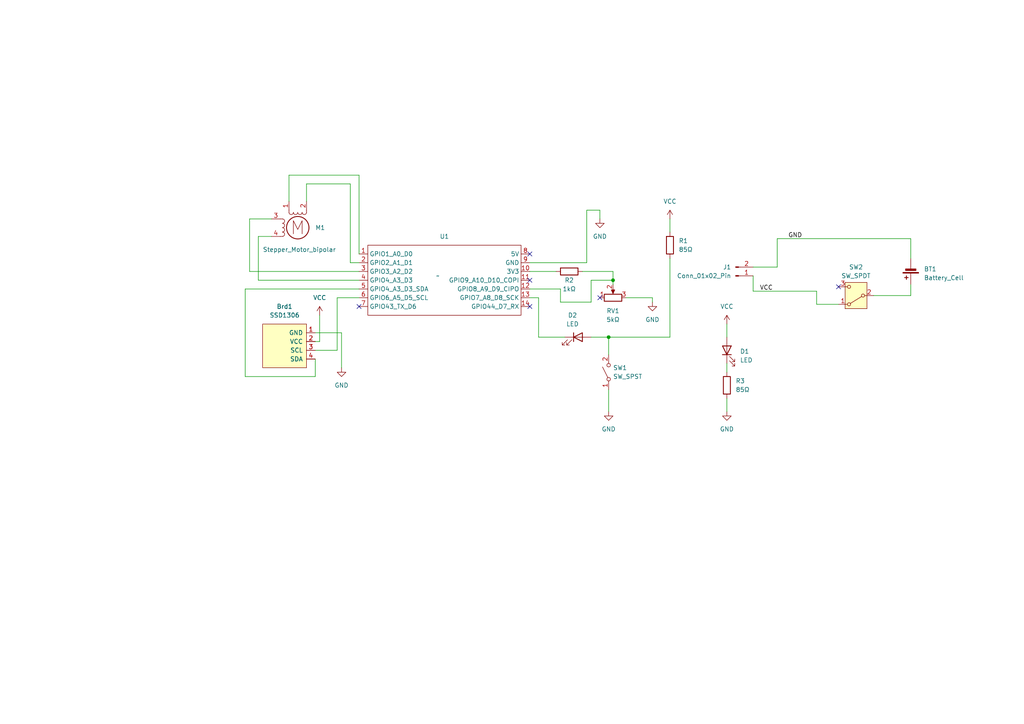
<source format=kicad_sch>
(kicad_sch (version 20230121) (generator eeschema)
  (paper "A4")
  (title_block (title "Stepper-motor PCB Demo") (date "2024-01-19") (rev "v1.0") (company "Bowen Zhao"))
  (lib_symbols
    (symbol "Connector:Conn_01x02_Pin" (pin_names (offset 1.016) hide)
      (property "Reference" "J" (at 0 2.54 0))
      (property "Value" "Conn_01x02_Pin" (at 0 -5.08 0))
      (symbol "Conn_01x02_Pin_1_1"
        (polyline (pts (xy 1.27 -2.54) (xy 0.8636 -2.54)) (stroke (width 0.1524)))
        (polyline (pts (xy 1.27 0) (xy 0.8636 0)) (stroke (width 0.1524)))
        (rectangle (start 0.8636 -2.413) (end 0 -2.667) (stroke (width 0.1524)) (fill (type outline)))
        (rectangle (start 0.8636 0.127) (end 0 -0.127) (stroke (width 0.1524)) (fill (type outline)))
        (pin passive line (at 5.08 0 180) (length 3.81) (name "Pin_1") (number "1"))
        (pin passive line (at 5.08 -2.54 180) (length 3.81) (name "Pin_2") (number "2"))
      )
    )
    (symbol "Demo:XIAO_ESP32_SENSE"
      (property "Reference" "U" (at 0 0 0))
      (symbol "XIAO_ESP32_SENSE_0_1"
        (polyline (pts (xy -20.32 8.89) (xy -20.32 -11.43) (xy 24.13 -11.43) (xy 24.13 8.89) (xy -20.32 8.89)))
      )
      (symbol "XIAO_ESP32_SENSE_1_1"
        (pin bidirectional line (at -22.86 6.35 0) (length 2.54) (name "GPIO1_A0_D0") (number "1"))
        (pin bidirectional line (at 26.67 1.27 180) (length 2.54) (name "3V3") (number "10"))
        (pin bidirectional line (at 26.67 -1.27 180) (length 2.54) (name "GPIO9_A10_D10_COPI") (number "11"))
        (pin bidirectional line (at 26.67 -3.81 180) (length 2.54) (name "GPIO8_A9_D9_CIPO") (number "12"))
        (pin bidirectional line (at 26.67 -6.35 180) (length 2.54) (name "GPIO7_A8_D8_SCK") (number "13"))
        (pin bidirectional line (at 26.67 -8.89 180) (length 2.54) (name "GPIO44_D7_RX") (number "14"))
        (pin bidirectional line (at -22.86 3.81 0) (length 2.54) (name "GPIO2_A1_D1") (number "2"))
        (pin bidirectional line (at -22.86 1.27 0) (length 2.54) (name "GPIO3_A2_D2") (number "3"))
        (pin bidirectional line (at -22.86 -1.27 0) (length 2.54) (name "GPIO4_A3_D3") (number "4"))
        (pin bidirectional line (at -22.86 -3.81 0) (length 2.54) (name "GPIO4_A3_D3_SDA") (number "5"))
        (pin bidirectional line (at -22.86 -6.35 0) (length 2.54) (name "GPIO6_A5_D5_SCL") (number "6"))
        (pin bidirectional line (at -22.86 -8.89 0) (length 2.54) (name "GPIO43_TX_D6") (number "7"))
        (pin bidirectional line (at 26.67 6.35 180) (length 2.54) (name "5V") (number "8"))
        (pin bidirectional line (at 26.67 3.81 180) (length 2.54) (name "GND") (number "9"))
      )
    )
    (symbol "Device:Battery_Cell" (pin_numbers hide) (pin_names (offset 0) hide)
      (property "Reference" "BT" (at 2.54 2.54 0))
      (property "Value" "Battery_Cell" (at 2.54 0 0))
      (symbol "Battery_Cell_0_1"
        (rectangle (start -2.286 1.778) (end 2.286 1.524) (fill (type outline)))
        (rectangle (start -1.524 1.016) (end 1.524 0.508) (fill (type outline)))
        (polyline (pts (xy 0 0.762) (xy 0 0)))
        (polyline (pts (xy 0 1.778) (xy 0 2.54)))
        (polyline (pts (xy 0.762 3.048) (xy 1.778 3.048)) (stroke (width 0.254)))
        (polyline (pts (xy 1.27 3.556) (xy 1.27 2.54)) (stroke (width 0.254)))
      )
      (symbol "Battery_Cell_1_1"
        (pin passive line (at 0 5.08 270) (length 2.54) (name "+") (number "1"))
        (pin passive line (at 0 -2.54 90) (length 2.54) (name "-") (number "2"))
      )
    )
    (symbol "Device:LED" (pin_numbers hide) (pin_names (offset 1.016) hide)
      (property "Reference" "D" (at 0 2.54 0))
      (property "Value" "LED" (at 0 -2.54 0))
      (symbol "LED_0_1"
        (polyline (pts (xy -1.27 -1.27) (xy -1.27 1.27)) (stroke (width 0.254)))
        (polyline (pts (xy -1.27 0) (xy 1.27 0)))
        (polyline (pts (xy 1.27 -1.27) (xy 1.27 1.27) (xy -1.27 0) (xy 1.27 -1.27)) (stroke (width 0.254)))
        (polyline (pts (xy -3.048 -0.762) (xy -4.572 -2.286) (xy -3.81 -2.286) (xy -4.572 -2.286) (xy -4.572 -1.524)))
        (polyline (pts (xy -1.778 -0.762) (xy -3.302 -2.286) (xy -2.54 -2.286) (xy -3.302 -2.286) (xy -3.302 -1.524)))
      )
      (symbol "LED_1_1"
        (pin passive line (at -3.81 0 0) (length 2.54) (name "K") (number "1"))
        (pin passive line (at 3.81 0 180) (length 2.54) (name "A") (number "2"))
      )
    )
    (symbol "Device:R" (pin_numbers hide) (pin_names (offset 0))
      (property "Reference" "R" (at 2.032 0 90))
      (property "Value" "R" (at 0 0 90))
      (symbol "R_0_1"
        (rectangle (start -1.016 -2.54) (end 1.016 2.54) (stroke (width 0.254)))
      )
      (symbol "R_1_1"
        (pin passive line (at 0 3.81 270) (length 1.27) (name "~") (number "1"))
        (pin passive line (at 0 -3.81 90) (length 1.27) (name "~") (number "2"))
      )
    )
    (symbol "Device:R_Potentiometer" (pin_names (offset 1.016) hide)
      (property "Reference" "RV" (at -4.445 0 90))
      (property "Value" "R_Potentiometer" (at -2.54 0 90))
      (symbol "R_Potentiometer_0_1"
        (polyline (pts (xy 2.54 0) (xy 1.524 0)))
        (polyline (pts (xy 1.143 0) (xy 2.286 0.508) (xy 2.286 -0.508) (xy 1.143 0)) (fill (type outline)))
        (rectangle (start 1.016 2.54) (end -1.016 -2.54) (stroke (width 0.254)))
      )
      (symbol "R_Potentiometer_1_1"
        (pin passive line (at 0 3.81 270) (length 1.27) (name "1") (number "1"))
        (pin passive line (at 3.81 0 180) (length 1.27) (name "2") (number "2"))
        (pin passive line (at 0 -3.81 90) (length 1.27) (name "3") (number "3"))
      )
    )
    (symbol "Motor:Stepper_Motor_bipolar" (pin_names (offset 0) hide)
      (property "Reference" "M" (at 3.81 2.54 0))
      (property "Value" "Stepper_Motor_bipolar" (at 3.81 1.27 0))
      (symbol "Stepper_Motor_bipolar_0_0"
        (polyline (pts (xy -1.27 -1.778) (xy -1.27 2.032) (xy 0 -0.508) (xy 1.27 2.032) (xy 1.27 -1.778)))
      )
      (symbol "Stepper_Motor_bipolar_0_1"
        (arc (start -4.445 -2.54) (mid -3.8127 -1.905) (end -4.445 -1.27))
        (arc (start -4.445 -1.27) (mid -3.8127 -0.635) (end -4.445 0))
        (arc (start -4.445 0) (mid -3.8127 0.635) (end -4.445 1.27))
        (arc (start -4.445 1.27) (mid -3.8127 1.905) (end -4.445 2.54))
        (arc (start -2.54 4.445) (mid -1.905 3.8127) (end -1.27 4.445))
        (arc (start -1.27 4.445) (mid -0.635 3.8127) (end 0 4.445))
        (polyline (pts (xy -5.08 -2.54) (xy -4.445 -2.54)))
        (polyline (pts (xy -5.08 2.54) (xy -4.445 2.54)))
        (polyline (pts (xy -2.54 5.08) (xy -2.54 4.445)))
        (polyline (pts (xy 2.54 5.08) (xy 2.54 4.445)))
        (circle (center 0 0) (radius 3.2512) (stroke (width 0.254)))
        (arc (start 0 4.445) (mid 0.635 3.8127) (end 1.27 4.445))
        (arc (start 1.27 4.445) (mid 1.905 3.8127) (end 2.54 4.445))
      )
      (symbol "Stepper_Motor_bipolar_1_1"
        (pin passive line (at -2.54 7.62 270) (length 2.54) (name "~") (number "1"))
        (pin passive line (at 2.54 7.62 270) (length 2.54) (name "-") (number "2"))
        (pin passive line (at -7.62 2.54 0) (length 2.54) (name "~") (number "3"))
        (pin passive line (at -7.62 -2.54 0) (length 2.54) (name "~") (number "4"))
      )
    )
    (symbol "Switch:SW_SPDT" (pin_names (offset 0) hide)
      (property "Reference" "SW" (at 0 5.08 0))
      (property "Value" "SW_SPDT" (at 0 -5.08 0))
      (symbol "SW_SPDT_0_1"
        (circle (center -2.032 0) (radius 0.4572))
        (polyline (pts (xy -1.651 0.254) (xy 1.651 2.286)))
        (circle (center 2.032 -2.54) (radius 0.4572))
        (circle (center 2.032 2.54) (radius 0.4572))
      )
      (symbol "SW_SPDT_1_1"
        (rectangle (start -3.175 3.81) (end 3.175 -3.81) (fill (type background)))
        (pin passive line (at 5.08 2.54 180) (length 2.54) (name "A") (number "1"))
        (pin passive line (at -5.08 0 0) (length 2.54) (name "B") (number "2"))
        (pin passive line (at 5.08 -2.54 180) (length 2.54) (name "C") (number "3"))
      )
    )
    (symbol "Switch:SW_SPST" (pin_names (offset 0) hide)
      (property "Reference" "SW" (at 0 3.175 0))
      (property "Value" "SW_SPST" (at 0 -2.54 0))
      (symbol "SW_SPST_0_0"
        (circle (center -2.032 0) (radius 0.508))
        (polyline (pts (xy -1.524 0.254) (xy 1.524 1.778)))
        (circle (center 2.032 0) (radius 0.508))
      )
      (symbol "SW_SPST_1_1"
        (pin passive line (at -5.08 0 0) (length 2.54) (name "A") (number "1"))
        (pin passive line (at 5.08 0 180) (length 2.54) (name "B") (number "2"))
      )
    )
    (symbol "demo_motor:SSD1306" (pin_names (offset 1.016))
      (property "Reference" "Brd" (at 0 -3.81 0))
      (property "Value" "SSD1306" (at 0 -1.27 0))
      (symbol "SSD1306_0_1"
        (rectangle (start -6.35 6.35) (end 6.35 -6.35) (fill (type background)))
      )
      (symbol "SSD1306_1_1"
        (pin input line (at -3.81 8.89 270) (length 2.54) (name "GND") (number "1"))
        (pin input line (at -1.27 8.89 270) (length 2.54) (name "VCC") (number "2"))
        (pin input line (at 1.27 8.89 270) (length 2.54) (name "SCL") (number "3"))
        (pin input line (at 3.81 8.89 270) (length 2.54) (name "SDA") (number "4"))
      )
    )
    (symbol "power:GND" (power) (pin_names (offset 0))
      (property "Value" "GND" (at 0 -3.81 0))
      (symbol "GND_0_1"
        (polyline (pts (xy 0 0) (xy 0 -1.27) (xy 1.27 -1.27) (xy 0 -2.54) (xy -1.27 -1.27) (xy 0 -1.27)))
      )
      (symbol "GND_1_1"
        (pin power_in line (at 0 0 270) (length 0) hide (name "GND") (number "1"))
      )
    )
    (symbol "power:VCC" (power) (pin_names (offset 0))
      (property "Value" "VCC" (at 0 3.81 0))
      (symbol "VCC_0_1"
        (polyline (pts (xy -0.762 1.27) (xy 0 2.54)))
        (polyline (pts (xy 0 0) (xy 0 2.54)))
        (polyline (pts (xy 0 2.54) (xy 0.762 1.27)))
      )
      (symbol "VCC_1_1"
        (pin power_in line (at 0 0 90) (length 0) hide (name "VCC") (number "1"))
      )
    )
  )
  (junction (at 177.8 81.28))
  (junction (at 176.53 97.79))
  (no_connect (at 153.67 81.28))
  (no_connect (at 243.205 83.185))
  (no_connect (at 153.67 88.9))
  (no_connect (at 173.99 86.36))
  (no_connect (at 104.14 88.9))
  (no_connect (at 153.67 73.66))
  (wire (pts (xy 83.82 50.8) (xy 104.14 50.8)))
  (wire (pts (xy 173.99 60.96) (xy 173.99 63.5)))
  (wire (pts (xy 236.855 88.265) (xy 236.855 84.455)))
  (wire (pts (xy 153.67 76.2) (xy 170.18 76.2)))
  (wire (pts (xy 72.39 78.74) (xy 104.14 78.74)))
  (wire (pts (xy 162.56 87.63) (xy 171.45 87.63)))
  (wire (pts (xy 189.23 86.36) (xy 189.23 87.63)))
  (wire (pts (xy 194.31 97.79) (xy 194.31 74.93)))
  (wire (pts (xy 171.45 87.63) (xy 171.45 81.28)))
  (wire (pts (xy 170.18 76.2) (xy 170.18 60.96)))
  (wire (pts (xy 83.82 58.42) (xy 83.82 50.8)))
  (wire (pts (xy 91.44 104.14) (xy 91.44 109.22)))
  (wire (pts (xy 71.12 109.22) (xy 71.12 83.82)))
  (wire (pts (xy 74.93 81.28) (xy 104.14 81.28)))
  (wire (pts (xy 194.31 63.5) (xy 194.31 67.31)))
  (wire (pts (xy 97.79 86.36) (xy 104.14 86.36)))
  (wire (pts (xy 91.44 99.06) (xy 92.71 99.06)))
  (wire (pts (xy 91.44 101.6) (xy 97.79 101.6)))
  (wire (pts (xy 156.21 97.79) (xy 163.83 97.79)))
  (wire (pts (xy 153.67 83.82) (xy 162.56 83.82)))
  (wire (pts (xy 168.91 78.74) (xy 177.8 78.74)))
  (wire (pts (xy 264.16 82.55) (xy 264.16 85.725)))
  (wire (pts (xy 177.8 78.74) (xy 177.8 81.28)))
  (wire (pts (xy 91.44 96.52) (xy 99.06 96.52)))
  (wire (pts (xy 104.14 50.8) (xy 104.14 73.66)))
  (wire (pts (xy 88.9 53.34) (xy 101.6 53.34)))
  (wire (pts (xy 92.71 91.44) (xy 92.71 99.06)))
  (wire (pts (xy 225.425 69.215) (xy 264.16 69.215)))
  (wire (pts (xy 162.56 83.82) (xy 162.56 87.63)))
  (wire (pts (xy 218.44 84.455) (xy 236.855 84.455)))
  (wire (pts (xy 176.53 97.79) (xy 176.53 102.87)))
  (wire (pts (xy 264.16 69.215) (xy 264.16 74.93)))
  (wire (pts (xy 91.44 109.22) (xy 71.12 109.22)))
  (wire (pts (xy 181.61 86.36) (xy 189.23 86.36)))
  (wire (pts (xy 176.53 97.79) (xy 194.31 97.79)))
  (wire (pts (xy 243.205 88.265) (xy 236.855 88.265)))
  (wire (pts (xy 218.44 77.47) (xy 225.425 77.47)))
  (wire (pts (xy 78.74 68.58) (xy 74.93 68.58)))
  (wire (pts (xy 72.39 63.5) (xy 72.39 78.74)))
  (wire (pts (xy 210.82 115.57) (xy 210.82 119.38)))
  (wire (pts (xy 177.8 81.28) (xy 177.8 82.55)))
  (wire (pts (xy 171.45 81.28) (xy 177.8 81.28)))
  (wire (pts (xy 264.16 85.725) (xy 253.365 85.725)))
  (wire (pts (xy 78.74 63.5) (xy 72.39 63.5)))
  (wire (pts (xy 101.6 53.34) (xy 101.6 76.2)))
  (wire (pts (xy 210.82 105.41) (xy 210.82 107.95)))
  (wire (pts (xy 97.79 101.6) (xy 97.79 86.36)))
  (wire (pts (xy 153.67 78.74) (xy 161.29 78.74)))
  (wire (pts (xy 225.425 77.47) (xy 225.425 69.215)))
  (wire (pts (xy 99.06 96.52) (xy 99.06 106.68)))
  (wire (pts (xy 170.18 60.96) (xy 173.99 60.96)))
  (wire (pts (xy 156.21 86.36) (xy 156.21 97.79)))
  (wire (pts (xy 153.67 86.36) (xy 156.21 86.36)))
  (wire (pts (xy 218.44 84.455) (xy 218.44 80.01)))
  (wire (pts (xy 176.53 113.03) (xy 176.53 119.38)))
  (wire (pts (xy 101.6 76.2) (xy 104.14 76.2)))
  (wire (pts (xy 88.9 58.42) (xy 88.9 53.34)))
  (wire (pts (xy 171.45 97.79) (xy 176.53 97.79)))
  (wire (pts (xy 74.93 68.58) (xy 74.93 81.28)))
  (wire (pts (xy 71.12 83.82) (xy 104.14 83.82)))
  (wire (pts (xy 210.82 93.98) (xy 210.82 97.79)))
  (label "VCC" (at 220.345 84.455 0))
  (label "GND" (at 228.6 69.215 0))
  (symbol (lib_id "Device:R_Potentiometer") (at 177.8 86.36 90) (unit 1)
    (property "Reference" "RV1" (at 177.8 90.17 90))
    (property "Value" "5kΩ" (at 177.8 92.71 90))
    (property "Footprint" "Potentiometer_THT:Potentiometer_Piher_T-16H_Single_Horizontal" (effects hide))
  )
  (symbol (lib_id "power:VCC") (at 210.82 93.98 0) (unit 1)
    (property "Reference" "#PWR02" (effects hide))
    (property "Value" "VCC" (at 210.82 88.9 0))
  )
  (symbol (lib_id "power:GND") (at 210.82 119.38 0) (unit 1)
    (property "Reference" "#PWR05" (effects hide))
    (property "Value" "GND" (at 210.82 124.46 0))
  )
  (symbol (lib_id "Motor:Stepper_Motor_bipolar") (at 86.36 66.04 0) (unit 1)
    (property "Reference" "M1" (at 91.44 66.04 0) (effects (justify left)))
    (property "Value" "Stepper_Motor_bipolar" (at 76.2 72.39 0) (effects (justify left)))
    (property "Footprint" "motor_demo:x27_stepper" (effects hide))
    (property "Datasheet" "http://www.infineon.com/dgdl/Application-Note-TLE8110EE_driving_UniPolarStepperMotor_V1.1.pdf?fileId=db3a30431be39b97011be5d0aa0a00b0" (effects hide))
  )
  (symbol (lib_id "power:VCC") (at 194.31 63.5 0) (unit 1)
    (property "Reference" "#PWR04" (effects hide))
    (property "Value" "VCC" (at 194.31 58.42 0))
  )
  (symbol (lib_id "Device:LED") (at 210.82 101.6 90) (unit 1)
    (property "Reference" "D1" (at 214.63 101.9175 90) (effects (justify right)))
    (property "Value" "LED" (at 214.63 104.4575 90) (effects (justify right)))
    (property "Footprint" "LED_SMD:LED_0805_2012Metric_Pad1.15x1.40mm_HandSolder" (effects hide))
  )
  (symbol (lib_id "power:GND") (at 99.06 106.68 0) (unit 1)
    (property "Reference" "#PWR07" (effects hide))
    (property "Value" "GND" (at 99.06 111.76 0))
  )
  (symbol (lib_id "Connector:Conn_01x02_Pin") (at 213.36 80.01 0) (mirror x) (unit 1)
    (property "Reference" "J1" (at 212.09 77.47 0) (effects (justify right)))
    (property "Value" "Conn_01x02_Pin" (at 212.09 80.01 0) (effects (justify right)))
    (property "Footprint" "Connector_JST:JST_NV_B02P-NV_1x02_P5.00mm_Vertical" (effects hide))
  )
  (symbol (lib_id "Device:Battery_Cell") (at 264.16 77.47 180) (unit 1)
    (property "Reference" "BT1" (at 267.97 78.0415 0) (effects (justify right)))
    (property "Value" "Battery_Cell" (at 267.97 80.5815 0) (effects (justify right)))
    (property "Footprint" "Connector_JST:JST_NV_B02P-NV_1x02_P5.00mm_Vertical" (effects hide))
  )
  (symbol (lib_id "power:VCC") (at 92.71 91.44 0) (unit 1)
    (property "Reference" "#PWR08" (effects hide))
    (property "Value" "VCC" (at 92.71 86.36 0))
  )
  (symbol (lib_id "Switch:SW_SPST") (at 176.53 107.95 90) (unit 1)
    (property "Reference" "SW1" (at 177.8 106.68 90) (effects (justify right)))
    (property "Value" "SW_SPST" (at 177.8 109.22 90) (effects (justify right)))
    (property "Footprint" "Button_Switch_THT:SW_PUSH-12mm" (effects hide))
  )
  (symbol (lib_id "power:GND") (at 176.53 119.38 0) (unit 1)
    (property "Reference" "#PWR01" (effects hide))
    (property "Value" "GND" (at 176.53 124.46 0))
  )
  (symbol (lib_id "Device:R") (at 165.1 78.74 90) (unit 1)
    (property "Reference" "R2" (at 165.1 81.28 90))
    (property "Value" "1kΩ" (at 165.1 83.82 90))
    (property "Footprint" "Resistor_SMD:R_0805_2012Metric_Pad1.20x1.40mm_HandSolder" (effects hide))
  )
  (symbol (lib_id "demo_motor:SSD1306") (at 82.55 100.33 270) (unit 1)
    (property "Reference" "Brd1" (at 82.55 88.9 90))
    (property "Value" "SSD1306" (at 82.55 91.44 90))
    (property "Footprint" "SSD1306:128x64OLED" (effects hide))
  )
  (symbol (lib_id "Device:R") (at 210.82 111.76 0) (unit 1)
    (property "Reference" "R3" (at 213.36 110.49 0) (effects (justify left)))
    (property "Value" "85Ω" (at 213.36 113.03 0) (effects (justify left)))
    (property "Footprint" "Resistor_SMD:R_0805_2012Metric_Pad1.20x1.40mm_HandSolder" (effects hide))
  )
  (symbol (lib_id "Device:R") (at 194.31 71.12 0) (unit 1)
    (property "Reference" "R1" (at 196.85 69.85 0) (effects (justify left)))
    (property "Value" "85Ω" (at 196.85 72.39 0) (effects (justify left)))
    (property "Footprint" "Resistor_SMD:R_0805_2012Metric_Pad1.20x1.40mm_HandSolder" (effects hide))
  )
  (symbol (lib_id "power:GND") (at 173.99 63.5 0) (unit 1)
    (property "Reference" "#PWR03" (effects hide))
    (property "Value" "GND" (at 173.99 68.58 0))
  )
  (symbol (lib_id "Demo:XIAO_ESP32_SENSE") (at 127 80.01 0) (unit 1)
    (property "Reference" "U1" (at 128.905 68.58 0))
    (property "Value" "~" (at 127 80.01 0))
    (property "Footprint" "esp32_demo:XIAO_ESP32_SENSE" (effects hide))
  )
  (symbol (lib_id "Switch:SW_SPDT") (at 248.285 85.725 180) (unit 1)
    (property "Reference" "SW2" (at 248.285 77.47 0))
    (property "Value" "SW_SPDT" (at 248.285 80.01 0))
    (property "Footprint" "Connector_PinHeader_2.54mm:PinHeader_1x03_P2.54mm_Vertical" (effects hide))
  )
  (symbol (lib_id "Device:LED") (at 167.64 97.79 0) (unit 1)
    (property "Reference" "D2" (at 166.0525 91.44 0))
    (property "Value" "LED" (at 166.0525 93.98 0))
    (property "Footprint" "LED_SMD:LED_0805_2012Metric_Pad1.15x1.40mm_HandSolder" (effects hide))
  )
  (symbol (lib_id "power:GND") (at 189.23 87.63 0) (unit 1)
    (property "Reference" "#PWR06" (effects hide))
    (property "Value" "GND" (at 189.23 92.71 0))
  )
)
</source>
